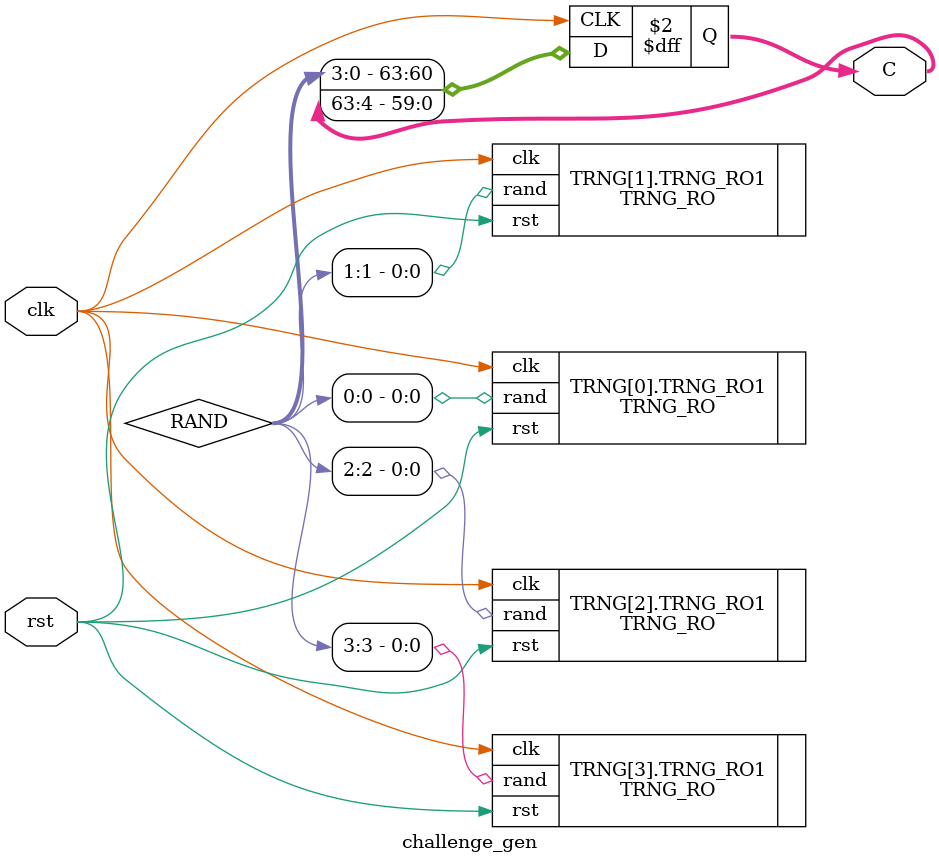
<source format=v>
`timescale 1ns / 1ps
module challenge_gen #(parameter N_CB = 64)(
    input wire clk,
	 input wire rst,
    output reg [N_CB-1:0] C
    );
	 
	parameter n = 3, N_RO = 32, logN = 5, N_RNG = 4;
	wire [N_RNG-1:0]RAND;
	
	genvar k;
	generate
	for (k = 0; k < N_RNG; k = k + 1)
	begin: TRNG
	TRNG_RO #(n, N_RO, logN) TRNG_RO1( 
    .clk(clk),
    .rst(rst),
    .rand(RAND[k])
    );
	end
	endgenerate
	
	 
	always @(posedge clk)
	begin
		C <= {RAND, C[N_CB-1:N_RNG]}; // {RAND, C[63:4]}
	end
	
	 
	 


endmodule

</source>
